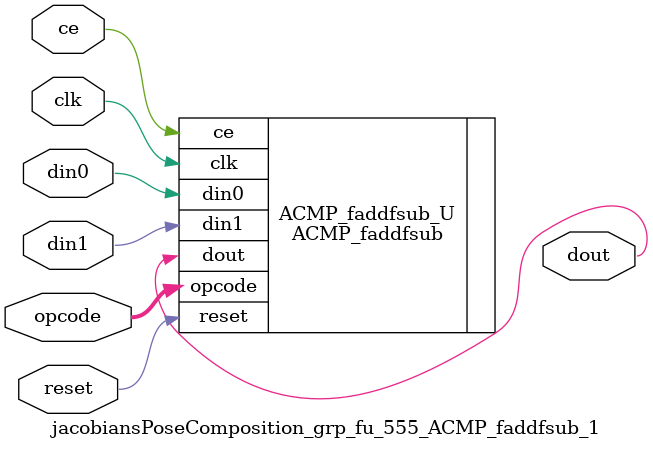
<source format=v>

`timescale 1 ns / 1 ps
module jacobiansPoseComposition_grp_fu_555_ACMP_faddfsub_1(
    clk,
    reset,
    ce,
    din0,
    din1,
    opcode,
    dout);

parameter ID = 32'd1;
parameter NUM_STAGE = 32'd1;
parameter din0_WIDTH = 32'd1;
parameter din1_WIDTH = 32'd1;
parameter dout_WIDTH = 32'd1;
input clk;
input reset;
input ce;
input[din0_WIDTH - 1:0] din0;
input[din1_WIDTH - 1:0] din1;
input[2 - 1:0] opcode;
output[dout_WIDTH - 1:0] dout;



ACMP_faddfsub #(
.ID( ID ),
.NUM_STAGE( 4 ),
.din0_WIDTH( din0_WIDTH ),
.din1_WIDTH( din1_WIDTH ),
.dout_WIDTH( dout_WIDTH ))
ACMP_faddfsub_U(
    .clk( clk ),
    .reset( reset ),
    .ce( ce ),
    .din0( din0 ),
    .din1( din1 ),
    .dout( dout ),
    .opcode( opcode ));

endmodule

</source>
